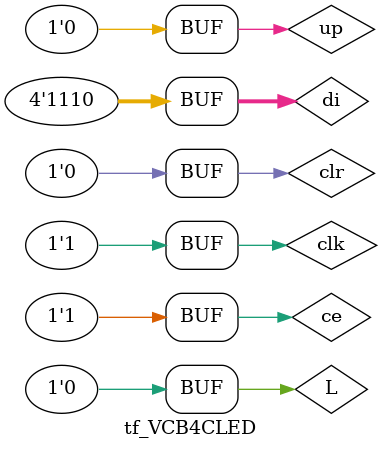
<source format=v>
`timescale 1ns / 1ps


module tf_VCB4CLED;

	// Inputs
	reg ce;
	reg up;
	reg [3:0] di;
	reg L;
	reg clk;
	reg clr;

	// Outputs
	wire [3:0] Q;
	wire CEO;
	wire TC;

	// Instantiate the Unit Under Test (UUT)
	VCB4CLED uut (
		.ce(ce), 
		.up(up), 
		.di(di), 
		.L(L), 
		.clk(clk), 
		.clr(clr), 
		.Q(Q), 
		.CEO(CEO), 
		.TC(TC)
	);

//�������� �������������� ������� ������������� clk
parameter Tclk=20; //������ ������� ������������� 20 ��
always begin clk=0; #(Tclk/2); clk=1; #(Tclk/2); end

	initial begin
		// Initialize Inputs
		ce = 0;
		up = 1;
		di = 14;
		L = 0;
		clk = 0;
		clr = 0;

		// Wait 100 ns for global reset to finish
		#100;
      ce = 1;
		#65;clr = 1;
		#5; clr = 0;
		#40; L = 1;
		#20; L = 0;
		#5; ce = 0;
		#10; ce = 1;
		#85; up = 0;
		#45; ce = 0;
		#10; ce = 1;
		#65; clr = 1;
		#10; clr = 0;
		// Add stimulus here

	end
      
endmodule


</source>
